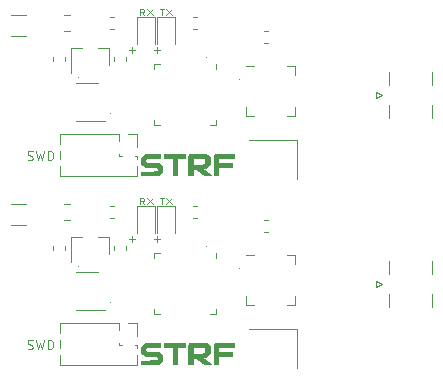
<source format=gbr>
G04 #@! TF.GenerationSoftware,KiCad,Pcbnew,(5.1.5)-3*
G04 #@! TF.CreationDate,2020-05-21T23:45:32+02:00*
G04 #@! TF.ProjectId,STRF_Panel,53545246-5f50-4616-9e65-6c2e6b696361,rev?*
G04 #@! TF.SameCoordinates,Original*
G04 #@! TF.FileFunction,Legend,Top*
G04 #@! TF.FilePolarity,Positive*
%FSLAX46Y46*%
G04 Gerber Fmt 4.6, Leading zero omitted, Abs format (unit mm)*
G04 Created by KiCad (PCBNEW (5.1.5)-3) date 2020-05-21 23:45:32*
%MOMM*%
%LPD*%
G04 APERTURE LIST*
%ADD10C,0.120000*%
%ADD11C,0.125000*%
%ADD12C,0.100000*%
%ADD13C,0.010000*%
G04 APERTURE END LIST*
D10*
X40470902Y-47305000D02*
G75*
G03X40470902Y-47305000I-55902J0D01*
G01*
X32355902Y-52050000D02*
G75*
G03X32355902Y-52050000I-55902J0D01*
G01*
X26361803Y-49200000D02*
G75*
G03X26361803Y-49200000I-55902J0D01*
G01*
X43305902Y-49150000D02*
G75*
G03X43305902Y-49150000I-55902J0D01*
G01*
X29680902Y-49000000D02*
G75*
G03X29680902Y-49000000I-55902J0D01*
G01*
D11*
X25324285Y-55983809D02*
X25438571Y-56021904D01*
X25629047Y-56021904D01*
X25705238Y-55983809D01*
X25743333Y-55945714D01*
X25781428Y-55869523D01*
X25781428Y-55793333D01*
X25743333Y-55717142D01*
X25705238Y-55679047D01*
X25629047Y-55640952D01*
X25476666Y-55602857D01*
X25400476Y-55564761D01*
X25362380Y-55526666D01*
X25324285Y-55450476D01*
X25324285Y-55374285D01*
X25362380Y-55298095D01*
X25400476Y-55260000D01*
X25476666Y-55221904D01*
X25667142Y-55221904D01*
X25781428Y-55260000D01*
X26048095Y-55221904D02*
X26238571Y-56021904D01*
X26390952Y-55450476D01*
X26543333Y-56021904D01*
X26733809Y-55221904D01*
X27038571Y-56021904D02*
X27038571Y-55221904D01*
X27229047Y-55221904D01*
X27343333Y-55260000D01*
X27419523Y-55336190D01*
X27457619Y-55412380D01*
X27495714Y-55564761D01*
X27495714Y-55679047D01*
X27457619Y-55831428D01*
X27419523Y-55907619D01*
X27343333Y-55983809D01*
X27229047Y-56021904D01*
X27038571Y-56021904D01*
D12*
X33908333Y-46700000D02*
X34441666Y-46700000D01*
X34175000Y-46966666D02*
X34175000Y-46433333D01*
X36048333Y-46680000D02*
X36581666Y-46680000D01*
X36315000Y-46946666D02*
X36315000Y-46413333D01*
X36506666Y-43231190D02*
X36906666Y-43231190D01*
X36706666Y-43731190D02*
X36706666Y-43231190D01*
X37073333Y-43231190D02*
X37540000Y-43731190D01*
X37540000Y-43231190D02*
X37073333Y-43731190D01*
X35223333Y-43731190D02*
X34990000Y-43493095D01*
X34823333Y-43731190D02*
X34823333Y-43231190D01*
X35090000Y-43231190D01*
X35156666Y-43255000D01*
X35190000Y-43278809D01*
X35223333Y-43326428D01*
X35223333Y-43397857D01*
X35190000Y-43445476D01*
X35156666Y-43469285D01*
X35090000Y-43493095D01*
X34823333Y-43493095D01*
X35456666Y-43231190D02*
X35923333Y-43731190D01*
X35923333Y-43231190D02*
X35456666Y-43731190D01*
D10*
X26361803Y-33200000D02*
G75*
G03X26361803Y-33200000I-55902J0D01*
G01*
X29680902Y-33000000D02*
G75*
G03X29680902Y-33000000I-55902J0D01*
G01*
D12*
X36048333Y-30680000D02*
X36581666Y-30680000D01*
X36315000Y-30946666D02*
X36315000Y-30413333D01*
X33908333Y-30700000D02*
X34441666Y-30700000D01*
X34175000Y-30966666D02*
X34175000Y-30433333D01*
D10*
X32355902Y-36050000D02*
G75*
G03X32355902Y-36050000I-55902J0D01*
G01*
X43305902Y-33150000D02*
G75*
G03X43305902Y-33150000I-55902J0D01*
G01*
X40470902Y-31305000D02*
G75*
G03X40470902Y-31305000I-55902J0D01*
G01*
D11*
X25324285Y-39983809D02*
X25438571Y-40021904D01*
X25629047Y-40021904D01*
X25705238Y-39983809D01*
X25743333Y-39945714D01*
X25781428Y-39869523D01*
X25781428Y-39793333D01*
X25743333Y-39717142D01*
X25705238Y-39679047D01*
X25629047Y-39640952D01*
X25476666Y-39602857D01*
X25400476Y-39564761D01*
X25362380Y-39526666D01*
X25324285Y-39450476D01*
X25324285Y-39374285D01*
X25362380Y-39298095D01*
X25400476Y-39260000D01*
X25476666Y-39221904D01*
X25667142Y-39221904D01*
X25781428Y-39260000D01*
X26048095Y-39221904D02*
X26238571Y-40021904D01*
X26390952Y-39450476D01*
X26543333Y-40021904D01*
X26733809Y-39221904D01*
X27038571Y-40021904D02*
X27038571Y-39221904D01*
X27229047Y-39221904D01*
X27343333Y-39260000D01*
X27419523Y-39336190D01*
X27457619Y-39412380D01*
X27495714Y-39564761D01*
X27495714Y-39679047D01*
X27457619Y-39831428D01*
X27419523Y-39907619D01*
X27343333Y-39983809D01*
X27229047Y-40021904D01*
X27038571Y-40021904D01*
D12*
X36506666Y-27231190D02*
X36906666Y-27231190D01*
X36706666Y-27731190D02*
X36706666Y-27231190D01*
X37073333Y-27231190D02*
X37540000Y-27731190D01*
X37540000Y-27231190D02*
X37073333Y-27731190D01*
X35223333Y-27731190D02*
X34990000Y-27493095D01*
X34823333Y-27731190D02*
X34823333Y-27231190D01*
X35090000Y-27231190D01*
X35156666Y-27255000D01*
X35190000Y-27278809D01*
X35223333Y-27326428D01*
X35223333Y-27397857D01*
X35190000Y-27445476D01*
X35156666Y-27469285D01*
X35090000Y-27493095D01*
X34823333Y-27493095D01*
X35456666Y-27231190D02*
X35923333Y-27731190D01*
X35923333Y-27231190D02*
X35456666Y-27731190D01*
D13*
G36*
X36563538Y-55833384D02*
G01*
X35377021Y-55833384D01*
X35325510Y-55884895D01*
X35290606Y-55930130D01*
X35275911Y-55983705D01*
X35274000Y-56027086D01*
X35285651Y-56116787D01*
X35322566Y-56178769D01*
X35387684Y-56217388D01*
X35406460Y-56223285D01*
X35447281Y-56229271D01*
X35520271Y-56234580D01*
X35618526Y-56238930D01*
X35735140Y-56242041D01*
X35863209Y-56243630D01*
X35909000Y-56243774D01*
X36050309Y-56244066D01*
X36158540Y-56245071D01*
X36239690Y-56247312D01*
X36299756Y-56251317D01*
X36344736Y-56257609D01*
X36380629Y-56266714D01*
X36413431Y-56279158D01*
X36437625Y-56290070D01*
X36510516Y-56333789D01*
X36581031Y-56391352D01*
X36606276Y-56417697D01*
X36673914Y-56523433D01*
X36713748Y-56644278D01*
X36726443Y-56772253D01*
X36712667Y-56899380D01*
X36673088Y-57017682D01*
X36608371Y-57119180D01*
X36542504Y-57180376D01*
X36499814Y-57209926D01*
X36458338Y-57234118D01*
X36413755Y-57253485D01*
X36361744Y-57268560D01*
X36297984Y-57279877D01*
X36218155Y-57287969D01*
X36117935Y-57293368D01*
X35993004Y-57296609D01*
X35839042Y-57298223D01*
X35651727Y-57298746D01*
X35583069Y-57298769D01*
X34902769Y-57298769D01*
X34902769Y-56966615D01*
X35558278Y-56966615D01*
X35749608Y-56966464D01*
X35905674Y-56965574D01*
X36030287Y-56963288D01*
X36127260Y-56958948D01*
X36200405Y-56951898D01*
X36253535Y-56941480D01*
X36290461Y-56927038D01*
X36314995Y-56907915D01*
X36330951Y-56883452D01*
X36342140Y-56852995D01*
X36348458Y-56830430D01*
X36359283Y-56763638D01*
X36348174Y-56704172D01*
X36340110Y-56683319D01*
X36321835Y-56646123D01*
X36298629Y-56616938D01*
X36265873Y-56594802D01*
X36218947Y-56578755D01*
X36153233Y-56567835D01*
X36064111Y-56561081D01*
X35946963Y-56557532D01*
X35797169Y-56556226D01*
X35728896Y-56556116D01*
X35584936Y-56555878D01*
X35474204Y-56554971D01*
X35390854Y-56552898D01*
X35329038Y-56549163D01*
X35282909Y-56543270D01*
X35246618Y-56534722D01*
X35214319Y-56523023D01*
X35184990Y-56509929D01*
X35096872Y-56455004D01*
X35016427Y-56380107D01*
X34953956Y-56296396D01*
X34922339Y-56225430D01*
X34906886Y-56135579D01*
X34903043Y-56030678D01*
X34910176Y-55925873D01*
X34927653Y-55836310D01*
X34940017Y-55802101D01*
X35002622Y-55702625D01*
X35090768Y-55613143D01*
X35187964Y-55548840D01*
X35211448Y-55538452D01*
X35238557Y-55530067D01*
X35273680Y-55523421D01*
X35321204Y-55518250D01*
X35385517Y-55514291D01*
X35471008Y-55511278D01*
X35582064Y-55508947D01*
X35723074Y-55507035D01*
X35898425Y-55505278D01*
X35913884Y-55505137D01*
X36563538Y-55499275D01*
X36563538Y-55833384D01*
G37*
X36563538Y-55833384D02*
X35377021Y-55833384D01*
X35325510Y-55884895D01*
X35290606Y-55930130D01*
X35275911Y-55983705D01*
X35274000Y-56027086D01*
X35285651Y-56116787D01*
X35322566Y-56178769D01*
X35387684Y-56217388D01*
X35406460Y-56223285D01*
X35447281Y-56229271D01*
X35520271Y-56234580D01*
X35618526Y-56238930D01*
X35735140Y-56242041D01*
X35863209Y-56243630D01*
X35909000Y-56243774D01*
X36050309Y-56244066D01*
X36158540Y-56245071D01*
X36239690Y-56247312D01*
X36299756Y-56251317D01*
X36344736Y-56257609D01*
X36380629Y-56266714D01*
X36413431Y-56279158D01*
X36437625Y-56290070D01*
X36510516Y-56333789D01*
X36581031Y-56391352D01*
X36606276Y-56417697D01*
X36673914Y-56523433D01*
X36713748Y-56644278D01*
X36726443Y-56772253D01*
X36712667Y-56899380D01*
X36673088Y-57017682D01*
X36608371Y-57119180D01*
X36542504Y-57180376D01*
X36499814Y-57209926D01*
X36458338Y-57234118D01*
X36413755Y-57253485D01*
X36361744Y-57268560D01*
X36297984Y-57279877D01*
X36218155Y-57287969D01*
X36117935Y-57293368D01*
X35993004Y-57296609D01*
X35839042Y-57298223D01*
X35651727Y-57298746D01*
X35583069Y-57298769D01*
X34902769Y-57298769D01*
X34902769Y-56966615D01*
X35558278Y-56966615D01*
X35749608Y-56966464D01*
X35905674Y-56965574D01*
X36030287Y-56963288D01*
X36127260Y-56958948D01*
X36200405Y-56951898D01*
X36253535Y-56941480D01*
X36290461Y-56927038D01*
X36314995Y-56907915D01*
X36330951Y-56883452D01*
X36342140Y-56852995D01*
X36348458Y-56830430D01*
X36359283Y-56763638D01*
X36348174Y-56704172D01*
X36340110Y-56683319D01*
X36321835Y-56646123D01*
X36298629Y-56616938D01*
X36265873Y-56594802D01*
X36218947Y-56578755D01*
X36153233Y-56567835D01*
X36064111Y-56561081D01*
X35946963Y-56557532D01*
X35797169Y-56556226D01*
X35728896Y-56556116D01*
X35584936Y-56555878D01*
X35474204Y-56554971D01*
X35390854Y-56552898D01*
X35329038Y-56549163D01*
X35282909Y-56543270D01*
X35246618Y-56534722D01*
X35214319Y-56523023D01*
X35184990Y-56509929D01*
X35096872Y-56455004D01*
X35016427Y-56380107D01*
X34953956Y-56296396D01*
X34922339Y-56225430D01*
X34906886Y-56135579D01*
X34903043Y-56030678D01*
X34910176Y-55925873D01*
X34927653Y-55836310D01*
X34940017Y-55802101D01*
X35002622Y-55702625D01*
X35090768Y-55613143D01*
X35187964Y-55548840D01*
X35211448Y-55538452D01*
X35238557Y-55530067D01*
X35273680Y-55523421D01*
X35321204Y-55518250D01*
X35385517Y-55514291D01*
X35471008Y-55511278D01*
X35582064Y-55508947D01*
X35723074Y-55507035D01*
X35898425Y-55505278D01*
X35913884Y-55505137D01*
X36563538Y-55499275D01*
X36563538Y-55833384D01*
G36*
X38673692Y-55833384D02*
G01*
X37970307Y-55833384D01*
X37970307Y-57298769D01*
X37599077Y-57298769D01*
X37599077Y-55833384D01*
X36876154Y-55833384D01*
X36876154Y-55501230D01*
X38673692Y-55501230D01*
X38673692Y-55833384D01*
G37*
X38673692Y-55833384D02*
X37970307Y-55833384D01*
X37970307Y-57298769D01*
X37599077Y-57298769D01*
X37599077Y-55833384D01*
X36876154Y-55833384D01*
X36876154Y-55501230D01*
X38673692Y-55501230D01*
X38673692Y-55833384D01*
G36*
X39947817Y-55502396D02*
G01*
X40112255Y-55503248D01*
X40245627Y-55505416D01*
X40351939Y-55509480D01*
X40435197Y-55516022D01*
X40499405Y-55525621D01*
X40548569Y-55538859D01*
X40586695Y-55556315D01*
X40617788Y-55578570D01*
X40645853Y-55606205D01*
X40671794Y-55636108D01*
X40713377Y-55697390D01*
X40741351Y-55769934D01*
X40757185Y-55861048D01*
X40762349Y-55978041D01*
X40760475Y-56077234D01*
X40755618Y-56178765D01*
X40748302Y-56251996D01*
X40736503Y-56307702D01*
X40718199Y-56356658D01*
X40701716Y-56390230D01*
X40621994Y-56510116D01*
X40521573Y-56600202D01*
X40395557Y-56664195D01*
X40302789Y-56692303D01*
X40178945Y-56722495D01*
X40508413Y-57005747D01*
X40837882Y-57289000D01*
X40294436Y-57299848D01*
X39957871Y-57006588D01*
X39621307Y-56713328D01*
X39499192Y-56712972D01*
X39377077Y-56712615D01*
X39377077Y-56380461D01*
X39772730Y-56380032D01*
X39911244Y-56379467D01*
X40016769Y-56377801D01*
X40095389Y-56374566D01*
X40153187Y-56369292D01*
X40196246Y-56361512D01*
X40230650Y-56350757D01*
X40248020Y-56343434D01*
X40312994Y-56303193D01*
X40356539Y-56247812D01*
X40381282Y-56170981D01*
X40389846Y-56066390D01*
X40388986Y-56004604D01*
X40383307Y-55843154D01*
X39298923Y-55832766D01*
X39298923Y-57298769D01*
X38927692Y-57298769D01*
X38927692Y-56467100D01*
X38927806Y-56258206D01*
X38928341Y-56084802D01*
X38929589Y-55943300D01*
X38931843Y-55830113D01*
X38935392Y-55741655D01*
X38940529Y-55674338D01*
X38947546Y-55624575D01*
X38956733Y-55588778D01*
X38968383Y-55563361D01*
X38982787Y-55544736D01*
X39000236Y-55529317D01*
X39004153Y-55526275D01*
X39023833Y-55519571D01*
X39065546Y-55514108D01*
X39132029Y-55509798D01*
X39226022Y-55506551D01*
X39350263Y-55504280D01*
X39507490Y-55502896D01*
X39700443Y-55502311D01*
X39748307Y-55502281D01*
X39947817Y-55502396D01*
G37*
X39947817Y-55502396D02*
X40112255Y-55503248D01*
X40245627Y-55505416D01*
X40351939Y-55509480D01*
X40435197Y-55516022D01*
X40499405Y-55525621D01*
X40548569Y-55538859D01*
X40586695Y-55556315D01*
X40617788Y-55578570D01*
X40645853Y-55606205D01*
X40671794Y-55636108D01*
X40713377Y-55697390D01*
X40741351Y-55769934D01*
X40757185Y-55861048D01*
X40762349Y-55978041D01*
X40760475Y-56077234D01*
X40755618Y-56178765D01*
X40748302Y-56251996D01*
X40736503Y-56307702D01*
X40718199Y-56356658D01*
X40701716Y-56390230D01*
X40621994Y-56510116D01*
X40521573Y-56600202D01*
X40395557Y-56664195D01*
X40302789Y-56692303D01*
X40178945Y-56722495D01*
X40508413Y-57005747D01*
X40837882Y-57289000D01*
X40294436Y-57299848D01*
X39957871Y-57006588D01*
X39621307Y-56713328D01*
X39499192Y-56712972D01*
X39377077Y-56712615D01*
X39377077Y-56380461D01*
X39772730Y-56380032D01*
X39911244Y-56379467D01*
X40016769Y-56377801D01*
X40095389Y-56374566D01*
X40153187Y-56369292D01*
X40196246Y-56361512D01*
X40230650Y-56350757D01*
X40248020Y-56343434D01*
X40312994Y-56303193D01*
X40356539Y-56247812D01*
X40381282Y-56170981D01*
X40389846Y-56066390D01*
X40388986Y-56004604D01*
X40383307Y-55843154D01*
X39298923Y-55832766D01*
X39298923Y-57298769D01*
X38927692Y-57298769D01*
X38927692Y-56467100D01*
X38927806Y-56258206D01*
X38928341Y-56084802D01*
X38929589Y-55943300D01*
X38931843Y-55830113D01*
X38935392Y-55741655D01*
X38940529Y-55674338D01*
X38947546Y-55624575D01*
X38956733Y-55588778D01*
X38968383Y-55563361D01*
X38982787Y-55544736D01*
X39000236Y-55529317D01*
X39004153Y-55526275D01*
X39023833Y-55519571D01*
X39065546Y-55514108D01*
X39132029Y-55509798D01*
X39226022Y-55506551D01*
X39350263Y-55504280D01*
X39507490Y-55502896D01*
X39700443Y-55502311D01*
X39748307Y-55502281D01*
X39947817Y-55502396D01*
G36*
X42776769Y-55833384D02*
G01*
X41467692Y-55833384D01*
X41467692Y-57298769D01*
X41096461Y-57298769D01*
X41096461Y-56467100D01*
X41096575Y-56258206D01*
X41097110Y-56084802D01*
X41098359Y-55943300D01*
X41100612Y-55830113D01*
X41104161Y-55741655D01*
X41109299Y-55674338D01*
X41116315Y-55624575D01*
X41125503Y-55588778D01*
X41137152Y-55563361D01*
X41151556Y-55544736D01*
X41169005Y-55529317D01*
X41172922Y-55526275D01*
X41191883Y-55519880D01*
X41232356Y-55514597D01*
X41296981Y-55510347D01*
X41388404Y-55507050D01*
X41509268Y-55504629D01*
X41662215Y-55503003D01*
X41849889Y-55502094D01*
X41990346Y-55501852D01*
X42776769Y-55501230D01*
X42776769Y-55833384D01*
G37*
X42776769Y-55833384D02*
X41467692Y-55833384D01*
X41467692Y-57298769D01*
X41096461Y-57298769D01*
X41096461Y-56467100D01*
X41096575Y-56258206D01*
X41097110Y-56084802D01*
X41098359Y-55943300D01*
X41100612Y-55830113D01*
X41104161Y-55741655D01*
X41109299Y-55674338D01*
X41116315Y-55624575D01*
X41125503Y-55588778D01*
X41137152Y-55563361D01*
X41151556Y-55544736D01*
X41169005Y-55529317D01*
X41172922Y-55526275D01*
X41191883Y-55519880D01*
X41232356Y-55514597D01*
X41296981Y-55510347D01*
X41388404Y-55507050D01*
X41509268Y-55504629D01*
X41662215Y-55503003D01*
X41849889Y-55502094D01*
X41990346Y-55501852D01*
X42776769Y-55501230D01*
X42776769Y-55833384D01*
G36*
X42620461Y-56556307D02*
G01*
X41545846Y-56556307D01*
X41545846Y-56243692D01*
X42620461Y-56243692D01*
X42620461Y-56556307D01*
G37*
X42620461Y-56556307D02*
X41545846Y-56556307D01*
X41545846Y-56243692D01*
X42620461Y-56243692D01*
X42620461Y-56556307D01*
D10*
X32612779Y-43890000D02*
X32287221Y-43890000D01*
X32612779Y-44910000D02*
X32287221Y-44910000D01*
X32180000Y-46480000D02*
X32180000Y-47940000D01*
X29020000Y-46480000D02*
X29020000Y-48640000D01*
X29020000Y-46480000D02*
X29950000Y-46480000D01*
X32180000Y-46480000D02*
X31250000Y-46480000D01*
X41275000Y-48320000D02*
X41275000Y-47845000D01*
X36055000Y-53065000D02*
X36530000Y-53065000D01*
X36055000Y-52590000D02*
X36055000Y-53065000D01*
X36055000Y-47845000D02*
X36530000Y-47845000D01*
X36055000Y-48320000D02*
X36055000Y-47845000D01*
X41275000Y-53065000D02*
X40800000Y-53065000D01*
X41275000Y-52590000D02*
X41275000Y-53065000D01*
X48100000Y-54325000D02*
X44100000Y-54325000D01*
X48100000Y-57625000D02*
X48100000Y-54325000D01*
X39314721Y-43870000D02*
X39640279Y-43870000D01*
X39314721Y-44890000D02*
X39640279Y-44890000D01*
X44515000Y-48040000D02*
X43790000Y-48040000D01*
X48010000Y-52260000D02*
X48010000Y-51535000D01*
X47285000Y-52260000D02*
X48010000Y-52260000D01*
X43790000Y-52260000D02*
X43790000Y-51535000D01*
X44515000Y-52260000D02*
X43790000Y-52260000D01*
X48010000Y-48040000D02*
X48010000Y-48765000D01*
X47285000Y-48040000D02*
X48010000Y-48040000D01*
X28921078Y-43690000D02*
X28403922Y-43690000D01*
X28921078Y-45110000D02*
X28403922Y-45110000D01*
X34605000Y-43907500D02*
X34605000Y-46192500D01*
X36075000Y-43907500D02*
X34605000Y-43907500D01*
X36075000Y-46192500D02*
X36075000Y-43907500D01*
X37775000Y-46192500D02*
X37775000Y-43907500D01*
X37775000Y-43907500D02*
X36305000Y-43907500D01*
X36305000Y-43907500D02*
X36305000Y-46192500D01*
X45362221Y-45065000D02*
X45687779Y-45065000D01*
X45362221Y-46085000D02*
X45687779Y-46085000D01*
X31250000Y-49490000D02*
X29450000Y-49490000D01*
X29450000Y-52710000D02*
X31900000Y-52710000D01*
X28095000Y-53800000D02*
X28095000Y-54622470D01*
X28095000Y-56507530D02*
X28095000Y-57330000D01*
X28095000Y-55237530D02*
X28095000Y-55892470D01*
X33110000Y-53800000D02*
X28095000Y-53800000D01*
X34565000Y-57330000D02*
X28095000Y-57330000D01*
X33110000Y-53800000D02*
X33110000Y-54366529D01*
X33110000Y-55493471D02*
X33110000Y-55636529D01*
X33163471Y-55690000D02*
X33306529Y-55690000D01*
X34433471Y-55690000D02*
X34565000Y-55690000D01*
X34565000Y-55690000D02*
X34565000Y-55892470D01*
X34565000Y-56507530D02*
X34565000Y-57330000D01*
X33870000Y-53800000D02*
X34630000Y-53800000D01*
X34630000Y-53800000D02*
X34630000Y-54930000D01*
X33690000Y-47615279D02*
X33690000Y-47289721D01*
X32670000Y-47615279D02*
X32670000Y-47289721D01*
X25152064Y-45510000D02*
X23947936Y-45510000D01*
X25152064Y-43690000D02*
X23947936Y-43690000D01*
X55890000Y-49660000D02*
X55890000Y-48550000D01*
X55890000Y-52450000D02*
X55890000Y-51340000D01*
X59600000Y-49660000D02*
X59600000Y-48550000D01*
X59600000Y-52450000D02*
X59600000Y-51340000D01*
X55340000Y-50500000D02*
X54840000Y-50250000D01*
X54840000Y-50250000D02*
X54840000Y-50750000D01*
X54840000Y-50750000D02*
X55340000Y-50500000D01*
X27500000Y-47294721D02*
X27500000Y-47620279D01*
X28520000Y-47294721D02*
X28520000Y-47620279D01*
D13*
G36*
X42620461Y-40556307D02*
G01*
X41545846Y-40556307D01*
X41545846Y-40243692D01*
X42620461Y-40243692D01*
X42620461Y-40556307D01*
G37*
X42620461Y-40556307D02*
X41545846Y-40556307D01*
X41545846Y-40243692D01*
X42620461Y-40243692D01*
X42620461Y-40556307D01*
G36*
X42776769Y-39833384D02*
G01*
X41467692Y-39833384D01*
X41467692Y-41298769D01*
X41096461Y-41298769D01*
X41096461Y-40467100D01*
X41096575Y-40258206D01*
X41097110Y-40084802D01*
X41098359Y-39943300D01*
X41100612Y-39830113D01*
X41104161Y-39741655D01*
X41109299Y-39674338D01*
X41116315Y-39624575D01*
X41125503Y-39588778D01*
X41137152Y-39563361D01*
X41151556Y-39544736D01*
X41169005Y-39529317D01*
X41172922Y-39526275D01*
X41191883Y-39519880D01*
X41232356Y-39514597D01*
X41296981Y-39510347D01*
X41388404Y-39507050D01*
X41509268Y-39504629D01*
X41662215Y-39503003D01*
X41849889Y-39502094D01*
X41990346Y-39501852D01*
X42776769Y-39501230D01*
X42776769Y-39833384D01*
G37*
X42776769Y-39833384D02*
X41467692Y-39833384D01*
X41467692Y-41298769D01*
X41096461Y-41298769D01*
X41096461Y-40467100D01*
X41096575Y-40258206D01*
X41097110Y-40084802D01*
X41098359Y-39943300D01*
X41100612Y-39830113D01*
X41104161Y-39741655D01*
X41109299Y-39674338D01*
X41116315Y-39624575D01*
X41125503Y-39588778D01*
X41137152Y-39563361D01*
X41151556Y-39544736D01*
X41169005Y-39529317D01*
X41172922Y-39526275D01*
X41191883Y-39519880D01*
X41232356Y-39514597D01*
X41296981Y-39510347D01*
X41388404Y-39507050D01*
X41509268Y-39504629D01*
X41662215Y-39503003D01*
X41849889Y-39502094D01*
X41990346Y-39501852D01*
X42776769Y-39501230D01*
X42776769Y-39833384D01*
G36*
X39947817Y-39502396D02*
G01*
X40112255Y-39503248D01*
X40245627Y-39505416D01*
X40351939Y-39509480D01*
X40435197Y-39516022D01*
X40499405Y-39525621D01*
X40548569Y-39538859D01*
X40586695Y-39556315D01*
X40617788Y-39578570D01*
X40645853Y-39606205D01*
X40671794Y-39636108D01*
X40713377Y-39697390D01*
X40741351Y-39769934D01*
X40757185Y-39861048D01*
X40762349Y-39978041D01*
X40760475Y-40077234D01*
X40755618Y-40178765D01*
X40748302Y-40251996D01*
X40736503Y-40307702D01*
X40718199Y-40356658D01*
X40701716Y-40390230D01*
X40621994Y-40510116D01*
X40521573Y-40600202D01*
X40395557Y-40664195D01*
X40302789Y-40692303D01*
X40178945Y-40722495D01*
X40508413Y-41005747D01*
X40837882Y-41289000D01*
X40294436Y-41299848D01*
X39957871Y-41006588D01*
X39621307Y-40713328D01*
X39499192Y-40712972D01*
X39377077Y-40712615D01*
X39377077Y-40380461D01*
X39772730Y-40380032D01*
X39911244Y-40379467D01*
X40016769Y-40377801D01*
X40095389Y-40374566D01*
X40153187Y-40369292D01*
X40196246Y-40361512D01*
X40230650Y-40350757D01*
X40248020Y-40343434D01*
X40312994Y-40303193D01*
X40356539Y-40247812D01*
X40381282Y-40170981D01*
X40389846Y-40066390D01*
X40388986Y-40004604D01*
X40383307Y-39843154D01*
X39298923Y-39832766D01*
X39298923Y-41298769D01*
X38927692Y-41298769D01*
X38927692Y-40467100D01*
X38927806Y-40258206D01*
X38928341Y-40084802D01*
X38929589Y-39943300D01*
X38931843Y-39830113D01*
X38935392Y-39741655D01*
X38940529Y-39674338D01*
X38947546Y-39624575D01*
X38956733Y-39588778D01*
X38968383Y-39563361D01*
X38982787Y-39544736D01*
X39000236Y-39529317D01*
X39004153Y-39526275D01*
X39023833Y-39519571D01*
X39065546Y-39514108D01*
X39132029Y-39509798D01*
X39226022Y-39506551D01*
X39350263Y-39504280D01*
X39507490Y-39502896D01*
X39700443Y-39502311D01*
X39748307Y-39502281D01*
X39947817Y-39502396D01*
G37*
X39947817Y-39502396D02*
X40112255Y-39503248D01*
X40245627Y-39505416D01*
X40351939Y-39509480D01*
X40435197Y-39516022D01*
X40499405Y-39525621D01*
X40548569Y-39538859D01*
X40586695Y-39556315D01*
X40617788Y-39578570D01*
X40645853Y-39606205D01*
X40671794Y-39636108D01*
X40713377Y-39697390D01*
X40741351Y-39769934D01*
X40757185Y-39861048D01*
X40762349Y-39978041D01*
X40760475Y-40077234D01*
X40755618Y-40178765D01*
X40748302Y-40251996D01*
X40736503Y-40307702D01*
X40718199Y-40356658D01*
X40701716Y-40390230D01*
X40621994Y-40510116D01*
X40521573Y-40600202D01*
X40395557Y-40664195D01*
X40302789Y-40692303D01*
X40178945Y-40722495D01*
X40508413Y-41005747D01*
X40837882Y-41289000D01*
X40294436Y-41299848D01*
X39957871Y-41006588D01*
X39621307Y-40713328D01*
X39499192Y-40712972D01*
X39377077Y-40712615D01*
X39377077Y-40380461D01*
X39772730Y-40380032D01*
X39911244Y-40379467D01*
X40016769Y-40377801D01*
X40095389Y-40374566D01*
X40153187Y-40369292D01*
X40196246Y-40361512D01*
X40230650Y-40350757D01*
X40248020Y-40343434D01*
X40312994Y-40303193D01*
X40356539Y-40247812D01*
X40381282Y-40170981D01*
X40389846Y-40066390D01*
X40388986Y-40004604D01*
X40383307Y-39843154D01*
X39298923Y-39832766D01*
X39298923Y-41298769D01*
X38927692Y-41298769D01*
X38927692Y-40467100D01*
X38927806Y-40258206D01*
X38928341Y-40084802D01*
X38929589Y-39943300D01*
X38931843Y-39830113D01*
X38935392Y-39741655D01*
X38940529Y-39674338D01*
X38947546Y-39624575D01*
X38956733Y-39588778D01*
X38968383Y-39563361D01*
X38982787Y-39544736D01*
X39000236Y-39529317D01*
X39004153Y-39526275D01*
X39023833Y-39519571D01*
X39065546Y-39514108D01*
X39132029Y-39509798D01*
X39226022Y-39506551D01*
X39350263Y-39504280D01*
X39507490Y-39502896D01*
X39700443Y-39502311D01*
X39748307Y-39502281D01*
X39947817Y-39502396D01*
G36*
X38673692Y-39833384D02*
G01*
X37970307Y-39833384D01*
X37970307Y-41298769D01*
X37599077Y-41298769D01*
X37599077Y-39833384D01*
X36876154Y-39833384D01*
X36876154Y-39501230D01*
X38673692Y-39501230D01*
X38673692Y-39833384D01*
G37*
X38673692Y-39833384D02*
X37970307Y-39833384D01*
X37970307Y-41298769D01*
X37599077Y-41298769D01*
X37599077Y-39833384D01*
X36876154Y-39833384D01*
X36876154Y-39501230D01*
X38673692Y-39501230D01*
X38673692Y-39833384D01*
G36*
X36563538Y-39833384D02*
G01*
X35377021Y-39833384D01*
X35325510Y-39884895D01*
X35290606Y-39930130D01*
X35275911Y-39983705D01*
X35274000Y-40027086D01*
X35285651Y-40116787D01*
X35322566Y-40178769D01*
X35387684Y-40217388D01*
X35406460Y-40223285D01*
X35447281Y-40229271D01*
X35520271Y-40234580D01*
X35618526Y-40238930D01*
X35735140Y-40242041D01*
X35863209Y-40243630D01*
X35909000Y-40243774D01*
X36050309Y-40244066D01*
X36158540Y-40245071D01*
X36239690Y-40247312D01*
X36299756Y-40251317D01*
X36344736Y-40257609D01*
X36380629Y-40266714D01*
X36413431Y-40279158D01*
X36437625Y-40290070D01*
X36510516Y-40333789D01*
X36581031Y-40391352D01*
X36606276Y-40417697D01*
X36673914Y-40523433D01*
X36713748Y-40644278D01*
X36726443Y-40772253D01*
X36712667Y-40899380D01*
X36673088Y-41017682D01*
X36608371Y-41119180D01*
X36542504Y-41180376D01*
X36499814Y-41209926D01*
X36458338Y-41234118D01*
X36413755Y-41253485D01*
X36361744Y-41268560D01*
X36297984Y-41279877D01*
X36218155Y-41287969D01*
X36117935Y-41293368D01*
X35993004Y-41296609D01*
X35839042Y-41298223D01*
X35651727Y-41298746D01*
X35583069Y-41298769D01*
X34902769Y-41298769D01*
X34902769Y-40966615D01*
X35558278Y-40966615D01*
X35749608Y-40966464D01*
X35905674Y-40965574D01*
X36030287Y-40963288D01*
X36127260Y-40958948D01*
X36200405Y-40951898D01*
X36253535Y-40941480D01*
X36290461Y-40927038D01*
X36314995Y-40907915D01*
X36330951Y-40883452D01*
X36342140Y-40852995D01*
X36348458Y-40830430D01*
X36359283Y-40763638D01*
X36348174Y-40704172D01*
X36340110Y-40683319D01*
X36321835Y-40646123D01*
X36298629Y-40616938D01*
X36265873Y-40594802D01*
X36218947Y-40578755D01*
X36153233Y-40567835D01*
X36064111Y-40561081D01*
X35946963Y-40557532D01*
X35797169Y-40556226D01*
X35728896Y-40556116D01*
X35584936Y-40555878D01*
X35474204Y-40554971D01*
X35390854Y-40552898D01*
X35329038Y-40549163D01*
X35282909Y-40543270D01*
X35246618Y-40534722D01*
X35214319Y-40523023D01*
X35184990Y-40509929D01*
X35096872Y-40455004D01*
X35016427Y-40380107D01*
X34953956Y-40296396D01*
X34922339Y-40225430D01*
X34906886Y-40135579D01*
X34903043Y-40030678D01*
X34910176Y-39925873D01*
X34927653Y-39836310D01*
X34940017Y-39802101D01*
X35002622Y-39702625D01*
X35090768Y-39613143D01*
X35187964Y-39548840D01*
X35211448Y-39538452D01*
X35238557Y-39530067D01*
X35273680Y-39523421D01*
X35321204Y-39518250D01*
X35385517Y-39514291D01*
X35471008Y-39511278D01*
X35582064Y-39508947D01*
X35723074Y-39507035D01*
X35898425Y-39505278D01*
X35913884Y-39505137D01*
X36563538Y-39499275D01*
X36563538Y-39833384D01*
G37*
X36563538Y-39833384D02*
X35377021Y-39833384D01*
X35325510Y-39884895D01*
X35290606Y-39930130D01*
X35275911Y-39983705D01*
X35274000Y-40027086D01*
X35285651Y-40116787D01*
X35322566Y-40178769D01*
X35387684Y-40217388D01*
X35406460Y-40223285D01*
X35447281Y-40229271D01*
X35520271Y-40234580D01*
X35618526Y-40238930D01*
X35735140Y-40242041D01*
X35863209Y-40243630D01*
X35909000Y-40243774D01*
X36050309Y-40244066D01*
X36158540Y-40245071D01*
X36239690Y-40247312D01*
X36299756Y-40251317D01*
X36344736Y-40257609D01*
X36380629Y-40266714D01*
X36413431Y-40279158D01*
X36437625Y-40290070D01*
X36510516Y-40333789D01*
X36581031Y-40391352D01*
X36606276Y-40417697D01*
X36673914Y-40523433D01*
X36713748Y-40644278D01*
X36726443Y-40772253D01*
X36712667Y-40899380D01*
X36673088Y-41017682D01*
X36608371Y-41119180D01*
X36542504Y-41180376D01*
X36499814Y-41209926D01*
X36458338Y-41234118D01*
X36413755Y-41253485D01*
X36361744Y-41268560D01*
X36297984Y-41279877D01*
X36218155Y-41287969D01*
X36117935Y-41293368D01*
X35993004Y-41296609D01*
X35839042Y-41298223D01*
X35651727Y-41298746D01*
X35583069Y-41298769D01*
X34902769Y-41298769D01*
X34902769Y-40966615D01*
X35558278Y-40966615D01*
X35749608Y-40966464D01*
X35905674Y-40965574D01*
X36030287Y-40963288D01*
X36127260Y-40958948D01*
X36200405Y-40951898D01*
X36253535Y-40941480D01*
X36290461Y-40927038D01*
X36314995Y-40907915D01*
X36330951Y-40883452D01*
X36342140Y-40852995D01*
X36348458Y-40830430D01*
X36359283Y-40763638D01*
X36348174Y-40704172D01*
X36340110Y-40683319D01*
X36321835Y-40646123D01*
X36298629Y-40616938D01*
X36265873Y-40594802D01*
X36218947Y-40578755D01*
X36153233Y-40567835D01*
X36064111Y-40561081D01*
X35946963Y-40557532D01*
X35797169Y-40556226D01*
X35728896Y-40556116D01*
X35584936Y-40555878D01*
X35474204Y-40554971D01*
X35390854Y-40552898D01*
X35329038Y-40549163D01*
X35282909Y-40543270D01*
X35246618Y-40534722D01*
X35214319Y-40523023D01*
X35184990Y-40509929D01*
X35096872Y-40455004D01*
X35016427Y-40380107D01*
X34953956Y-40296396D01*
X34922339Y-40225430D01*
X34906886Y-40135579D01*
X34903043Y-40030678D01*
X34910176Y-39925873D01*
X34927653Y-39836310D01*
X34940017Y-39802101D01*
X35002622Y-39702625D01*
X35090768Y-39613143D01*
X35187964Y-39548840D01*
X35211448Y-39538452D01*
X35238557Y-39530067D01*
X35273680Y-39523421D01*
X35321204Y-39518250D01*
X35385517Y-39514291D01*
X35471008Y-39511278D01*
X35582064Y-39508947D01*
X35723074Y-39507035D01*
X35898425Y-39505278D01*
X35913884Y-39505137D01*
X36563538Y-39499275D01*
X36563538Y-39833384D01*
D10*
X25152064Y-27690000D02*
X23947936Y-27690000D01*
X25152064Y-29510000D02*
X23947936Y-29510000D01*
X54840000Y-34750000D02*
X55340000Y-34500000D01*
X54840000Y-34250000D02*
X54840000Y-34750000D01*
X55340000Y-34500000D02*
X54840000Y-34250000D01*
X59600000Y-36450000D02*
X59600000Y-35340000D01*
X59600000Y-33660000D02*
X59600000Y-32550000D01*
X55890000Y-36450000D02*
X55890000Y-35340000D01*
X55890000Y-33660000D02*
X55890000Y-32550000D01*
X34630000Y-37800000D02*
X34630000Y-38930000D01*
X33870000Y-37800000D02*
X34630000Y-37800000D01*
X34565000Y-40507530D02*
X34565000Y-41330000D01*
X34565000Y-39690000D02*
X34565000Y-39892470D01*
X34433471Y-39690000D02*
X34565000Y-39690000D01*
X33163471Y-39690000D02*
X33306529Y-39690000D01*
X33110000Y-39493471D02*
X33110000Y-39636529D01*
X33110000Y-37800000D02*
X33110000Y-38366529D01*
X34565000Y-41330000D02*
X28095000Y-41330000D01*
X33110000Y-37800000D02*
X28095000Y-37800000D01*
X28095000Y-39237530D02*
X28095000Y-39892470D01*
X28095000Y-40507530D02*
X28095000Y-41330000D01*
X28095000Y-37800000D02*
X28095000Y-38622470D01*
X29450000Y-36710000D02*
X31900000Y-36710000D01*
X31250000Y-33490000D02*
X29450000Y-33490000D01*
X28520000Y-31294721D02*
X28520000Y-31620279D01*
X27500000Y-31294721D02*
X27500000Y-31620279D01*
X32670000Y-31615279D02*
X32670000Y-31289721D01*
X33690000Y-31615279D02*
X33690000Y-31289721D01*
X45362221Y-30085000D02*
X45687779Y-30085000D01*
X45362221Y-29065000D02*
X45687779Y-29065000D01*
X36075000Y-30192500D02*
X36075000Y-27907500D01*
X36075000Y-27907500D02*
X34605000Y-27907500D01*
X34605000Y-27907500D02*
X34605000Y-30192500D01*
X36305000Y-27907500D02*
X36305000Y-30192500D01*
X37775000Y-27907500D02*
X36305000Y-27907500D01*
X37775000Y-30192500D02*
X37775000Y-27907500D01*
X28921078Y-29110000D02*
X28403922Y-29110000D01*
X28921078Y-27690000D02*
X28403922Y-27690000D01*
X32612779Y-28910000D02*
X32287221Y-28910000D01*
X32612779Y-27890000D02*
X32287221Y-27890000D01*
X39314721Y-28890000D02*
X39640279Y-28890000D01*
X39314721Y-27870000D02*
X39640279Y-27870000D01*
X32180000Y-30480000D02*
X31250000Y-30480000D01*
X29020000Y-30480000D02*
X29950000Y-30480000D01*
X29020000Y-30480000D02*
X29020000Y-32640000D01*
X32180000Y-30480000D02*
X32180000Y-31940000D01*
X41275000Y-36590000D02*
X41275000Y-37065000D01*
X41275000Y-37065000D02*
X40800000Y-37065000D01*
X36055000Y-32320000D02*
X36055000Y-31845000D01*
X36055000Y-31845000D02*
X36530000Y-31845000D01*
X36055000Y-36590000D02*
X36055000Y-37065000D01*
X36055000Y-37065000D02*
X36530000Y-37065000D01*
X41275000Y-32320000D02*
X41275000Y-31845000D01*
X47285000Y-32040000D02*
X48010000Y-32040000D01*
X48010000Y-32040000D02*
X48010000Y-32765000D01*
X44515000Y-36260000D02*
X43790000Y-36260000D01*
X43790000Y-36260000D02*
X43790000Y-35535000D01*
X47285000Y-36260000D02*
X48010000Y-36260000D01*
X48010000Y-36260000D02*
X48010000Y-35535000D01*
X44515000Y-32040000D02*
X43790000Y-32040000D01*
X48100000Y-41625000D02*
X48100000Y-38325000D01*
X48100000Y-38325000D02*
X44100000Y-38325000D01*
M02*

</source>
